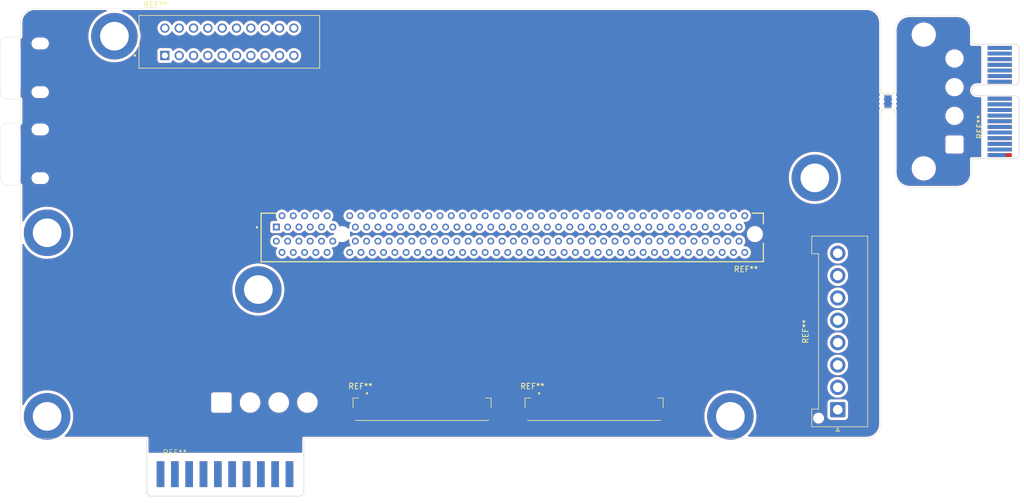
<source format=kicad_pcb>
(kicad_pcb (version 20240108) (generator "pcbnew") (generator_version "8.0")
  (layers (0 "F.Cu" signal) (31 "B.Cu" signal) (34 "B.Paste" user) (35 "F.Paste" user) (36 "B.SilkS" user "B.Silkscreen") (37 "F.SilkS" user "F.Silkscreen") (38 "B.Mask" user) (39 "F.Mask" user) (44 "Edge.Cuts" user))
  (net 0 "")
  (footprint "Connector_PCBEdge:BUS_PCIexpress_x1" (layer "F.Cu") (at 173.47 26.01 90)
    (property "Reference" "REF**" (at 5 -3.5 -90) (layer "F.SilkS"))
    (property "Value" "BUS_PCIexpress_x1")
    (fp_line (start 19.65 -4.95) (end 19.65 2.95) (stroke (width 0.1)) (layer "Edge.Cuts"))
    (fp_line (start -0.65 -4.95) (end -0.65 2.95) (stroke (width 0.1)) (layer "Edge.Cuts"))
    (fp_line (start 12.45 -4) (end 12.45 2.95) (stroke (width 0.1)) (layer "Edge.Cuts"))
    (fp_line (start 10.55 -4) (end 10.55 2.95) (stroke (width 0.1)) (layer "Edge.Cuts"))
    (fp_line (start 19.65 2.95) (end 19.15 3.45) (stroke (width 0.1)) (layer "Edge.Cuts"))
    (fp_line (start 12.45 2.95) (end 12.95 3.45) (stroke (width 0.1)) (layer "Edge.Cuts"))
    (fp_line (start 10.55 2.95) (end 10.05 3.45) (stroke (width 0.1)) (layer "Edge.Cuts"))
    (fp_line (start -0.65 2.95) (end -0.15 3.45) (stroke (width 0.1)) (layer "Edge.Cuts"))
    (fp_line (start 12.95 3.45) (end 19.15 3.45) (stroke (width 0.1)) (layer "Edge.Cuts"))
    (fp_line (start -0.15 3.45) (end 10.05 3.45) (stroke (width 0.1)) (layer "Edge.Cuts"))
    (fp_arc (start 10.55 -4) (mid 11.5 -4.95) (end 12.45 -4) (stroke (width 0.1)) (layer "Edge.Cuts"))
    (pad "A1" connect rect (at 0 -0.55 90) (size 0.7 3.2) (layers "B.Cu" "B.Mask"))
    (pad "A2" connect rect (at 1 0 90) (size 0.7 4.3) (layers "B.Cu" "B.Mask"))
    (pad "A3" connect rect (at 2 0 90) (size 0.7 4.3) (layers "B.Cu" "B.Mask"))
    (pad "A4" connect rect (at 3 0 90) (size 0.7 4.3) (layers "B.Cu" "B.Mask"))
    (pad "A5" connect rect (at 4 0 90) (size 0.7 4.3) (layers "B.Cu" "B.Mask"))
    (pad "A6" connect rect (at 5 0 90) (size 0.7 4.3) (layers "B.Cu" "B.Mask"))
    (pad "A7" connect rect (at 6 0 90) (size 0.7 4.3) (layers "B.Cu" "B.Mask"))
    (pad "A8" connect rect (at 7 0 90) (size 0.7 4.3) (layers "B.Cu" "B.Mask"))
    (pad "A9" connect rect (at 8 0 90) (size 0.7 4.3) (layers "B.Cu" "B.Mask"))
    (pad "A10" connect rect (at 9 0 90) (size 0.7 4.3) (layers "B.Cu" "B.Mask"))
    (pad "A11" connect rect (at 10 0 90) (size 0.7 4.3) (layers "B.Cu" "B.Mask"))
    (pad "A12" connect rect (at 13 0 90) (size 0.7 4.3) (layers "B.Cu" "B.Mask"))
    (pad "A13" connect rect (at 14 0 90) (size 0.7 4.3) (layers "B.Cu" "B.Mask"))
    (pad "A14" connect rect (at 15 0 90) (size 0.7 4.3) (layers "B.Cu" "B.Mask"))
    (pad "A15" connect rect (at 16 0 90) (size 0.7 4.3) (layers "B.Cu" "B.Mask"))
    (pad "A16" connect rect (at 17 0 90) (size 0.7 4.3) (layers "B.Cu" "B.Mask"))
    (pad "A17" connect rect (at 18 0 90) (size 0.7 4.3) (layers "B.Cu" "B.Mask"))
    (pad "A18" connect rect (at 19 0 90) (size 0.7 4.3) (layers "B.Cu" "B.Mask"))
    (pad "B1" connect rect (at 0 0 90) (size 0.7 4.3) (layers "F.Cu" "F.Mask"))
    (pad "B2" connect rect (at 1 0 90) (size 0.7 4.3) (layers "F.Cu" "F.Mask"))
    (pad "B3" connect rect (at 2 0 90) (size 0.7 4.3) (layers "F.Cu" "F.Mask"))
    (pad "B4" connect rect (at 3 0 90) (size 0.7 4.3) (layers "F.Cu" "F.Mask"))
    (pad "B5" connect rect (at 4 0 90) (size 0.7 4.3) (layers "F.Cu" "F.Mask"))
    (pad "B6" connect rect (at 5 0 90) (size 0.7 4.3) (layers "F.Cu" "F.Mask"))
    (pad "B7" connect rect (at 6 0 90) (size 0.7 4.3) (layers "F.Cu" "F.Mask"))
    (pad "B8" connect rect (at 7 0 90) (size 0.7 4.3) (layers "F.Cu" "F.Mask"))
    (pad "B9" connect rect (at 8 0 90) (size 0.7 4.3) (layers "F.Cu" "F.Mask"))
    (pad "B10" connect rect (at 9 0 90) (size 0.7 4.3) (layers "F.Cu" "F.Mask"))
    (pad "B11" connect rect (at 10 0 90) (size 0.7 4.3) (layers "F.Cu" "F.Mask"))
    (pad "B12" connect rect (at 13 0 90) (size 0.7 4.3) (layers "F.Cu" "F.Mask"))
    (pad "B13" connect rect (at 14 0 90) (size 0.7 4.3) (layers "F.Cu" "F.Mask"))
    (pad "B14" connect rect (at 15 0 90) (size 0.7 4.3) (layers "F.Cu" "F.Mask"))
    (pad "B15" connect rect (at 16 0 90) (size 0.7 4.3) (layers "F.Cu" "F.Mask"))
    (pad "B16" connect rect (at 17 0 90) (size 0.7 4.3) (layers "F.Cu" "F.Mask"))
    (pad "B17" connect rect (at 18 -0.55 90) (size 0.7 3.2) (layers "F.Cu" "F.Mask"))
    (pad "B18" connect rect (at 19 0 90) (size 0.7 4.3) (layers "F.Cu" "F.Mask"))
  )
  (footprint "" (layer "F.Cu") (at 16.600711 4.939289)
    (property "Reference" "" (at 0 0 0) (layer "F.SilkS") (effects (font (size 1.27 1.27))))
    (property "Value" "")
    (pad "1" thru_hole circle (at 0 0) (size 8.25 8.25) (drill 5.08) (layers "*.Cu" "*.Mask"))
  )
  (footprint "5-5530843-0:5-5530843-0" (layer "F.Cu") (at 36.97 5.93)
    (property "Reference" "REF**" (at -13.077 -6.5586 0) (layer "F.SilkS"))
    (property "Value" "TE_5-5530843-0")
    (fp_line (start -16.002 -4.6736) (end 16.002 -4.6736) (stroke (width 0.127)) (layer "F.SilkS"))
    (fp_line (start -16.002 4.6736) (end -16.002 -4.6736) (stroke (width 0.127)) (layer "F.SilkS"))
    (fp_line (start 16.002 -4.6736) (end 16.002 4.6736) (stroke (width 0.127)) (layer "F.SilkS"))
    (fp_line (start 16.002 4.6736) (end -16.002 4.6736) (stroke (width 0.127)) (layer "F.SilkS"))
    (fp_circle (center -16.752 2.4257) (end -16.652 2.4257) (stroke (width 0.2)) (fill none) (layer "F.SilkS"))
    (pad "1" thru_hole rect (at -11.43 2.4257) (size 1.6383 1.6383) (drill 1.0922) (layers "*.Cu" "*.Mask"))
    (pad "2" thru_hole circle (at -11.43 -2.4257) (size 1.6383 1.6383) (drill 1.0922) (layers "*.Cu" "*.Mask"))
    (pad "3" thru_hole circle (at -8.89 2.4257) (size 1.6383 1.6383) (drill 1.0922) (layers "*.Cu" "*.Mask"))
    (pad "4" thru_hole circle (at -8.89 -2.4257) (size 1.6383 1.6383) (drill 1.0922) (layers "*.Cu" "*.Mask"))
    (pad "5" thru_hole circle (at -6.35 2.4257) (size 1.6383 1.6383) (drill 1.0922) (layers "*.Cu" "*.Mask"))
    (pad "6" thru_hole circle (at -6.35 -2.4257) (size 1.6383 1.6383) (drill 1.0922) (layers "*.Cu" "*.Mask"))
    (pad "7" thru_hole circle (at -3.81 2.4257) (size 1.6383 1.6383) (drill 1.0922) (layers "*.Cu" "*.Mask"))
    (pad "8" thru_hole circle (at -3.81 -2.4257) (size 1.6383 1.6383) (drill 1.0922) (layers "*.Cu" "*.Mask"))
    (pad "9" thru_hole circle (at -1.27 2.4257) (size 1.6383 1.6383) (drill 1.0922) (layers "*.Cu" "*.Mask"))
    (pad "10" thru_hole circle (at -1.27 -2.4257) (size 1.6383 1.6383) (drill 1.0922) (layers "*.Cu" "*.Mask"))
    (pad "11" thru_hole circle (at 1.27 2.4257) (size 1.6383 1.6383) (drill 1.0922) (layers "*.Cu" "*.Mask"))
    (pad "12" thru_hole circle (at 1.27 -2.4257) (size 1.6383 1.6383) (drill 1.0922) (layers "*.Cu" "*.Mask"))
    (pad "13" thru_hole circle (at 3.81 2.4257) (size 1.6383 1.6383) (drill 1.0922) (layers "*.Cu" "*.Mask"))
    (pad "14" thru_hole circle (at 3.81 -2.4257) (size 1.6383 1.6383) (drill 1.0922) (layers "*.Cu" "*.Mask"))
    (pad "15" thru_hole circle (at 6.35 2.4257) (size 1.6383 1.6383) (drill 1.0922) (layers "*.Cu" "*.Mask"))
    (pad "16" thru_hole circle (at 6.35 -2.4257) (size 1.6383 1.6383) (drill 1.0922) (layers "*.Cu" "*.Mask"))
    (pad "17" thru_hole circle (at 8.89 2.4257) (size 1.6383 1.6383) (drill 1.0922) (layers "*.Cu" "*.Mask"))
    (pad "18" thru_hole circle (at 8.89 -2.4257) (size 1.6383 1.6383) (drill 1.0922) (layers "*.Cu" "*.Mask"))
    (pad "19" thru_hole circle (at 11.43 2.4257) (size 1.6383 1.6383) (drill 1.0922) (layers "*.Cu" "*.Mask"))
    (pad "20" thru_hole circle (at 11.43 -2.4257) (size 1.6383 1.6383) (drill 1.0922) (layers "*.Cu" "*.Mask"))
  )
  (footprint "XG_Mobile:20P_Slot_Power" (layer "F.Cu") (at 24.765 82.55)
    (property "Reference" "REF**" (at 2.54 -3.81 0) (layer "F.SilkS") (effects (font (thickness 0.1))))
    (property "Value" "20P_Slot_Power")
    (fp_line (start -2.413 3.386) (end -2.413 -5.85) (stroke (width 0.1)) (layer "Edge.Cuts"))
    (fp_line (start -1.913 3.886) (end -2.413 3.386) (stroke (width 0.1)) (layer "Edge.Cuts"))
    (fp_line (start -1.913 3.886) (end 24.9 3.886) (stroke (width 0.1)) (layer "Edge.Cuts"))
    (fp_line (start 24.9 3.886) (end 25.4 3.386) (stroke (width 0.1)) (layer "Edge.Cuts"))
    (fp_line (start 25.4 3.386) (end 25.4 -5.85) (stroke (width 0.1)) (layer "Edge.Cuts"))
    (pad "1" smd rect (at 0 0) (size 1.35 4.572) (layers "F.Cu"))
    (pad "2" smd rect (at 0 0) (size 1.35 4.572) (layers "B.Cu"))
    (pad "3" smd rect (at 2.54 0) (size 1.35 4.572) (layers "F.Cu"))
    (pad "4" smd rect (at 2.54 0) (size 1.35 4.572) (layers "B.Cu"))
    (pad "5" smd rect (at 5.08 0) (size 1.35 4.572) (layers "F.Cu"))
    (pad "6" smd rect (at 5.08 0) (size 1.35 4.572) (layers "B.Cu"))
    (pad "7" smd rect (at 7.62 0) (size 1.35 4.572) (layers "F.Cu"))
    (pad "8" smd rect (at 7.62 0) (size 1.35 4.572) (layers "B.Cu"))
    (pad "9" smd rect (at 10.16 0) (size 1.35 4.572) (layers "F.Cu"))
    (pad "10" smd rect (at 10.16 0) (size 1.35 4.572) (layers "B.Cu"))
    (pad "11" smd rect (at 12.7 0) (size 1.35 4.572) (layers "F.Cu"))
    (pad "12" smd rect (at 12.7 0) (size 1.35 4.572) (layers "B.Cu"))
    (pad "13" smd rect (at 15.24 0) (size 1.35 4.572) (layers "F.Cu"))
    (pad "14" smd rect (at 15.24 0) (size 1.35 4.572) (layers "B.Cu"))
    (pad "15" smd rect (at 17.78 0) (size 1.35 4.572) (layers "F.Cu"))
    (pad "16" smd rect (at 17.78 0) (size 1.35 4.572) (layers "B.Cu"))
    (pad "17" smd rect (at 20.32 0) (size 1.35 4.572) (layers "F.Cu"))
    (pad "18" smd rect (at 20.32 0) (size 1.35 4.572) (layers "B.Cu"))
    (pad "19" smd rect (at 22.86 0) (size 1.35 4.572) (layers "F.Cu"))
    (pad "20" smd rect (at 22.86 0) (size 1.35 4.572) (layers "B.Cu"))
  )
  (footprint "20455-040E-76:20455-040E-76" (layer "F.Cu") (at 71.12 71.12)
    (property "Reference" "REF**" (at -10.925 -4.135 0) (layer "F.SilkS"))
    (property "Value" "IPEX_20455-040E-76")
    (fp_line (start -12.235 -2.05) (end -12.235 -0.37) (stroke (width 0.127)) (layer "F.SilkS"))
    (fp_line (start -12.235 -2.05) (end -11.25 -2.05) (stroke (width 0.127)) (layer "F.SilkS"))
    (fp_line (start -11.8 1.9) (end 11.8 1.9) (stroke (width 0.127)) (layer "F.SilkS"))
    (fp_line (start 11.25 -2.05) (end 12.235 -2.05) (stroke (width 0.127)) (layer "F.SilkS"))
    (fp_line (start 12.235 -2.05) (end 12.235 -0.37) (stroke (width 0.127)) (layer "F.SilkS"))
    (fp_circle (center -9.75 -2.9) (end -9.65 -2.9) (stroke (width 0.2)) (fill none) (layer "F.SilkS"))
    (pad "1" smd rect (at -9.75 -1.92) (size 0.25 0.9) (layers "F.Cu" "F.Paste" "F.Mask"))
    (pad "2" smd rect (at -9.25 -1.92) (size 0.25 0.9) (layers "F.Cu" "F.Paste" "F.Mask"))
    (pad "3" smd rect (at -8.75 -1.92) (size 0.25 0.9) (layers "F.Cu" "F.Paste" "F.Mask"))
    (pad "4" smd rect (at -8.25 -1.92) (size 0.25 0.9) (layers "F.Cu" "F.Paste" "F.Mask"))
    (pad "5" smd rect (at -7.75 -1.92) (size 0.25 0.9) (layers "F.Cu" "F.Paste" "F.Mask"))
    (pad "6" smd rect (at -7.25 -1.92) (size 0.25 0.9) (layers "F.Cu" "F.Paste" "F.Mask"))
    (pad "7" smd rect (at -6.75 -1.92) (size 0.25 0.9) (layers "F.Cu" "F.Paste" "F.Mask"))
    (pad "8" smd rect (at -6.25 -1.92) (size 0.25 0.9) (layers "F.Cu" "F.Paste" "F.Mask"))
    (pad "9" smd rect (at -5.75 -1.92) (size 0.25 0.9) (layers "F.Cu" "F.Paste" "F.Mask"))
    (pad "10" smd rect (at -5.25 -1.92) (size 0.25 0.9) (layers "F.Cu" "F.Paste" "F.Mask"))
    (pad "11" smd rect (at -4.75 -1.92) (size 0.25 0.9) (layers "F.Cu" "F.Paste" "F.Mask"))
    (pad "12" smd rect (at -4.25 -1.92) (size 0.25 0.9) (layers "F.Cu" "F.Paste" "F.Mask"))
    (pad "13" smd rect (at -3.75 -1.92) (size 0.25 0.9) (layers "F.Cu" "F.Paste" "F.Mask"))
    (pad "14" smd rect (at -3.25 -1.92) (size 0.25 0.9) (layers "F.Cu" "F.Paste" "F.Mask"))
    (pad "15" smd rect (at -2.75 -1.92) (size 0.25 0.9) (layers "F.Cu" "F.Paste" "F.Mask"))
    (pad "16" smd rect (at -2.25 -1.92) (size 0.25 0.9) (layers "F.Cu" "F.Paste" "F.Mask"))
    (pad "17" smd rect (at -1.75 -1.92) (size 0.25 0.9) (layers "F.Cu" "F.Paste" "F.Mask"))
    (pad "18" smd rect (at -1.25 -1.92) (size 0.25 0.9) (layers "F.Cu" "F.Paste" "F.Mask"))
    (pad "19" smd rect (at -0.75 -1.92) (size 0.25 0.9) (layers "F.Cu" "F.Paste" "F.Mask"))
    (pad "20" smd rect (at -0.25 -1.92) (size 0.25 0.9) (layers "F.Cu" "F.Paste" "F.Mask"))
    (pad "21" smd rect (at 0.25 -1.92) (size 0.25 0.9) (layers "F.Cu" "F.Paste" "F.Mask"))
    (pad "22" smd rect (at 0.75 -1.92) (size 0.25 0.9) (layers "F.Cu" "F.Paste" "F.Mask"))
    (pad "23" smd rect (at 1.25 -1.92) (size 0.25 0.9) (layers "F.Cu" "F.Paste" "F.Mask"))
    (pad "24" smd rect (at 1.75 -1.92) (size 0.25 0.9) (layers "F.Cu" "F.Paste" "F.Mask"))
    (pad "25" smd rect (at 2.25 -1.92) (size 0.25 0.9) (layers "F.Cu" "F.Paste" "F.Mask"))
    (pad "26" smd rect (at 2.75 -1.92) (size 0.25 0.9) (layers "F.Cu" "F.Paste" "F.Mask"))
    (pad "27" smd rect (at 3.25 -1.92) (size 0.25 0.9) (layers "F.Cu" "F.Paste" "F.Mask"))
    (pad "28" smd rect (at 3.75 -1.92) (size 0.25 0.9) (layers "F.Cu" "F.Paste" "F.Mask"))
    (pad "29" smd rect (at 4.25 -1.92) (size 0.25 0.9) (layers "F.Cu" "F.Paste" "F.Mask"))
    (pad "30" smd rect (at 4.75 -1.92) (size 0.25 0.9) (layers "F.Cu" "F.Paste" "F.Mask"))
    (pad "31" smd rect (at 5.25 -1.92) (size 0.25 0.9) (layers "F.Cu" "F.Paste" "F.Mask"))
    (pad "32" smd rect (at 5.75 -1.92) (size 0.25 0.9) (layers "F.Cu" "F.Paste" "F.Mask"))
    (pad "33" smd rect (at 6.25 -1.92) (size 0.25 0.9) (layers "F.Cu" "F.Paste" "F.Mask"))
    (pad "34" smd rect (at 6.75 -1.92) (size 0.25 0.9) (layers "F.Cu" "F.Paste" "F.Mask"))
    (pad "35" smd rect (at 7.25 -1.92) (size 0.25 0.9) (layers "F.Cu" "F.Paste" "F.Mask"))
    (pad "36" smd rect (at 7.75 -1.92) (size 0.25 0.9) (layers "F.Cu" "F.Paste" "F.Mask"))
    (pad "37" smd rect (at 8.25 -1.92) (size 0.25 0.9) (layers "F.Cu" "F.Paste" "F.Mask"))
    (pad "38" smd rect (at 8.75 -1.92) (size 0.25 0.9) (layers "F.Cu" "F.Paste" "F.Mask"))
    (pad "39" smd rect (at 9.25 -1.92) (size 0.25 0.9) (layers "F.Cu" "F.Paste" "F.Mask"))
    (pad "40" smd rect (at 9.75 -1.92) (size 0.25 0.9) (layers "F.Cu" "F.Paste" "F.Mask"))
    (pad "S1" smd rect (at -10.65 -1.92) (size 0.55 0.9) (layers "F.Cu" "F.Paste" "F.Mask"))
    (pad "S2" smd rect (at -12.85 0.9) (size 1.4 1.9) (layers "F.Cu" "F.Paste" "F.Mask"))
    (pad "S3" smd rect (at 10.65 -1.92) (size 0.55 0.9) (layers "F.Cu" "F.Paste" "F.Mask"))
    (pad "S4" smd rect (at 12.85 0.9) (size 1.4 1.9) (layers "F.Cu" "F.Paste" "F.Mask"))
  )
  (footprint "XG_Mobile:Hole_200mil" (layer "F.Cu") (at 4.677868 72.305355)
    (property "Reference" "REF**" (hide yes))
    (property "Value" "Hole_200mil" (hide yes))
    (pad "1" thru_hole circle (at 0 0) (size 8.25 8.25) (drill 5.08) (layers "*.Cu" "*.Mask"))
  )
  (footprint "Connector_JST:JST_VH_B8P-VH-FB-B_1x08_P3.96mm_Vertical" (layer "F.Cu") (at 144.78 71.12 90)
    (property "Reference" "REF**" (at 13.86 -5.7 -90) (layer "F.SilkS"))
    (property "Value" "JST_VH_B8P-VH-FB-B_1x08_P3.96mm_Vertical")
    (fp_line (start 30.75 -4.61) (end 30.75 5.31) (stroke (width 0.12)) (layer "F.SilkS"))
    (fp_line (start 27.63 -4.61) (end 30.75 -4.61) (stroke (width 0.12)) (layer "F.SilkS"))
    (fp_line (start 0.09 -4.61) (end 0.09 -3.41) (stroke (width 0.12)) (layer "F.SilkS"))
    (fp_line (start -3.03 -4.61) (end 0.09 -4.61) (stroke (width 0.12)) (layer "F.SilkS"))
    (fp_line (start 27.63 -3.41) (end 27.63 -4.61) (stroke (width 0.12)) (layer "F.SilkS"))
    (fp_line (start 0.09 -3.41) (end 27.63 -3.41) (stroke (width 0.12)) (layer "F.SilkS"))
    (fp_line (start -3.83 -0.3) (end -3.23 0) (stroke (width 0.12)) (layer "F.SilkS"))
    (fp_line (start -3.23 0) (end -3.83 0.3) (stroke (width 0.12)) (layer "F.SilkS"))
    (fp_line (start -3.83 0.3) (end -3.83 -0.3) (stroke (width 0.12)) (layer "F.SilkS"))
    (fp_line (start 30.75 5.31) (end -3.03 5.31) (stroke (width 0.12)) (layer "F.SilkS"))
    (fp_line (start -3.03 5.31) (end -3.03 -4.61) (stroke (width 0.12)) (layer "F.SilkS"))
    (pad "" np_thru_hole circle (at -1.5 -3.4 90) (size 1.45 1.45) (drill 1.45) (layers "*.Cu" "*.Mask"))
    (pad "1" thru_hole roundrect (at 0 0 90) (size 2.7 2.7) (drill 1.7) (layers "*.Cu" "*.Mask") (roundrect_rratio 0.09259296296))
    (pad "2" thru_hole circle (at 3.96 0 90) (size 2.7 2.7) (drill 1.7) (layers "*.Cu" "*.Mask"))
    (pad "3" thru_hole circle (at 7.92 0 90) (size 2.7 2.7) (drill 1.7) (layers "*.Cu" "*.Mask"))
    (pad "4" thru_hole circle (at 11.88 0 90) (size 2.7 2.7) (drill 1.7) (layers "*.Cu" "*.Mask"))
    (pad "5" thru_hole circle (at 15.84 0 90) (size 2.7 2.7) (drill 1.7) (layers "*.Cu" "*.Mask"))
    (pad "6" thru_hole circle (at 19.8 0 90) (size 2.7 2.7) (drill 1.7) (layers "*.Cu" "*.Mask"))
    (pad "7" thru_hole circle (at 23.76 0 90) (size 2.7 2.7) (drill 1.7) (layers "*.Cu" "*.Mask"))
    (pad "8" thru_hole circle (at 27.72 0 90) (size 2.7 2.7) (drill 1.7) (layers "*.Cu" "*.Mask"))
  )
  (footprint "XG_Mobile:Hole_200mil" (layer "F.Cu") (at 140.720011 30.041062)
    (property "Reference" "REF**" (hide yes))
    (property "Value" "Hole_200mil" (hide yes))
    (pad "1" thru_hole circle (at 0 0) (size 8.25 8.25) (drill 5.08) (layers "*.Cu" "*.Mask"))
  )
  (footprint "XG_Mobile:Hole_200mil" (layer "F.Cu") (at 125.752513 72.305355)
    (property "Reference" "REF**" (hide yes))
    (property "Value" "Hole_200mil" (hide yes))
    (pad "1" thru_hole circle (at 0 0) (size 8.25 8.25) (drill 5.08) (layers "*.Cu" "*.Mask"))
  )
  (footprint "20455-040E-76:20455-040E-76" (layer "F.Cu") (at 101.6 71.12)
    (property "Reference" "REF**" (at -10.925 -4.135 0) (layer "F.SilkS"))
    (property "Value" "IPEX_20455-040E-76")
    (fp_line (start -12.235 -2.05) (end -12.235 -0.37) (stroke (width 0.127)) (layer "F.SilkS"))
    (fp_line (start -12.235 -2.05) (end -11.25 -2.05) (stroke (width 0.127)) (layer "F.SilkS"))
    (fp_line (start -11.8 1.9) (end 11.8 1.9) (stroke (width 0.127)) (layer "F.SilkS"))
    (fp_line (start 11.25 -2.05) (end 12.235 -2.05) (stroke (width 0.127)) (layer "F.SilkS"))
    (fp_line (start 12.235 -2.05) (end 12.235 -0.37) (stroke (width 0.127)) (layer "F.SilkS"))
    (fp_circle (center -9.75 -2.9) (end -9.65 -2.9) (stroke (width 0.2)) (fill none) (layer "F.SilkS"))
    (pad "1" smd rect (at -9.75 -1.92) (size 0.25 0.9) (layers "F.Cu" "F.Paste" "F.Mask"))
    (pad "2" smd rect (at -9.25 -1.92) (size 0.25 0.9) (layers "F.Cu" "F.Paste" "F.Mask"))
    (pad "3" smd rect (at -8.75 -1.92) (size 0.25 0.9) (layers "F.Cu" "F.Paste" "F.Mask"))
    (pad "4" smd rect (at -8.25 -1.92) (size 0.25 0.9) (layers "F.Cu" "F.Paste" "F.Mask"))
    (pad "5" smd rect (at -7.75 -1.92) (size 0.25 0.9) (layers "F.Cu" "F.Paste" "F.Mask"))
    (pad "6" smd rect (at -7.25 -1.92) (size 0.25 0.9) (layers "F.Cu" "F.Paste" "F.Mask"))
    (pad "7" smd rect (at -6.75 -1.92) (size 0.25 0.9) (layers "F.Cu" "F.Paste" "F.Mask"))
    (pad "8" smd rect (at -6.25 -1.92) (size 0.25 0.9) (layers "F.Cu" "F.Paste" "F.Mask"))
    (pad "9" smd rect (at -5.75 -1.92) (size 0.25 0.9) (layers "F.Cu" "F.Paste" "F.Mask"))
    (pad "10" smd rect (at -5.25 -1.92) (size 0.25 0.9) (layers "F.Cu" "F.Paste" "F.Mask"))
    (pad "11" smd rect (at -4.75 -1.92) (size 0.25 0.9) (layers "F.Cu" "F.Paste" "F.Mask"))
    (pad "12" smd rect (at -4.25 -1.92) (size 0.25 0.9) (layers "F.Cu" "F.Paste" "F.Mask"))
    (pad "13" smd rect (at -3.75 -1.92) (size 0.25 0.9) (layers "F.Cu" "F.Paste" "F.Mask"))
    (pad "14" smd rect (at -3.25 -1.92) (size 0.25 0.9) (layers "F.Cu" "F.Paste" "F.Mask"))
    (pad "15" smd rect (at -2.75 -1.92) (size 0.25 0.9) (layers "F.Cu" "F.Paste" "F.Mask"))
    (pad "16" smd rect (at -2.25 -1.92) (size 0.25 0.9) (layers "F.Cu" "F.Paste" "F.Mask"))
    (pad "17" smd rect (at -1.75 -1.92) (size 0.25 0.9) (layers "F.Cu" "F.Paste" "F.Mask"))
    (pad "18" smd rect (at -1.25 -1.92) (size 0.25 0.9) (layers "F.Cu" "F.Paste" "F.Mask"))
    (pad "19" smd rect (at -0.75 -1.92) (size 0.25 0.9) (layers "F.Cu" "F.Paste" "F.Mask"))
    (pad "20" smd rect (at -0.25 -1.92) (size 0.25 0.9) (layers "F.Cu" "F.Paste" "F.Mask"))
    (pad "21" smd rect (at 0.25 -1.92) (size 0.25 0.9) (layers "F.Cu" "F.Paste" "F.Mask"))
    (pad "22" smd rect (at 0.75 -1.92) (size 0.25 0.9) (layers "F.Cu" "F.Paste" "F.Mask"))
    (pad "23" smd rect (at 1.25 -1.92) (size 0.25 0.9) (layers "F.Cu" "F.Paste" "F.Mask"))
    (pad "24" smd rect (at 1.75 -1.92) (size 0.25 0.9) (layers "F.Cu" "F.Paste" "F.Mask"))
    (pad "25" smd rect (at 2.25 -1.92) (size 0.25 0.9) (layers "F.Cu" "F.Paste" "F.Mask"))
    (pad "26" smd rect (at 2.75 -1.92) (size 0.25 0.9) (layers "F.Cu" "F.Paste" "F.Mask"))
    (pad "27" smd rect (at 3.25 -1.92) (size 0.25 0.9) (layers "F.Cu" "F.Paste" "F.Mask"))
    (pad "28" smd rect (at 3.75 -1.92) (size 0.25 0.9) (layers "F.Cu" "F.Paste" "F.Mask"))
    (pad "29" smd rect (at 4.25 -1.92) (size 0.25 0.9) (layers "F.Cu" "F.Paste" "F.Mask"))
    (pad "30" smd rect (at 4.75 -1.92) (size 0.25 0.9) (layers "F.Cu" "F.Paste" "F.Mask"))
    (pad "31" smd rect (at 5.25 -1.92) (size 0.25 0.9) (layers "F.Cu" "F.Paste" "F.Mask"))
    (pad "32" smd rect (at 5.75 -1.92) (size 0.25 0.9) (layers "F.Cu" "F.Paste" "F.Mask"))
    (pad "33" smd rect (at 6.25 -1.92) (size 0.25 0.9) (layers "F.Cu" "F.Paste" "F.Mask"))
    (pad "34" smd rect (at 6.75 -1.92) (size 0.25 0.9) (layers "F.Cu" "F.Paste" "F.Mask"))
    (pad "35" smd rect (at 7.25 -1.92) (size 0.25 0.9) (layers "F.Cu" "F.Paste" "F.Mask"))
    (pad "36" smd rect (at 7.75 -1.92) (size 0.25 0.9) (layers "F.Cu" "F.Paste" "F.Mask"))
    (pad "37" smd rect (at 8.25 -1.92) (size 0.25 0.9) (layers "F.Cu" "F.Paste" "F.Mask"))
    (pad "38" smd rect (at 8.75 -1.92) (size 0.25 0.9) (layers "F.Cu" "F.Paste" "F.Mask"))
    (pad "39" smd rect (at 9.25 -1.92) (size 0.25 0.9) (layers "F.Cu" "F.Paste" "F.Mask"))
    (pad "40" smd rect (at 9.75 -1.92) (size 0.25 0.9) (layers "F.Cu" "F.Paste" "F.Mask"))
    (pad "S1" smd rect (at -10.65 -1.92) (size 0.55 0.9) (layers "F.Cu" "F.Paste" "F.Mask"))
    (pad "S2" smd rect (at -12.85 0.9) (size 1.4 1.9) (layers "F.Cu" "F.Paste" "F.Mask"))
    (pad "S3" smd rect (at 10.65 -1.92) (size 0.55 0.9) (layers "F.Cu" "F.Paste" "F.Mask"))
    (pad "S4" smd rect (at 12.85 0.9) (size 1.4 1.9) (layers "F.Cu" "F.Paste" "F.Mask"))
  )
  (footprint "SAMTEC_PCIE-164-02-F-D-TH-TR:SAMTEC_PCIE-164-02-F-D-TH-TR" (layer "F.Cu") (at 87.096 40.006 180)
    (property "Reference" "REF**" (at -41.425 -6.235 180) (layer "F.SilkS"))
    (property "Value" "SAMTEC_PCIE-164-02-F-D-TH-TR")
    (fp_line (start 44.5 3.71) (end 41.85 3.71) (stroke (width 0.2)) (layer "F.SilkS"))
    (fp_line (start 44.5 -4.9) (end 44.5 3.71) (stroke (width 0.2)) (layer "F.SilkS"))
    (fp_line (start -42.55 3.71) (end -44.5 3.71) (stroke (width 0.2)) (layer "F.SilkS"))
    (fp_line (start -44.5 3.71) (end -44.5 1.8) (stroke (width 0.2)) (layer "F.SilkS"))
    (fp_line (start -44.5 -1.6) (end -44.5 -4.9) (stroke (width 0.2)) (layer "F.SilkS"))
    (fp_line (start -44.5 -4.9) (end 44.5 -4.9) (stroke (width 0.2)) (layer "F.SilkS"))
    (fp_circle (center 45.25 1.2) (end 45.35 1.2) (stroke (width 0.2)) (fill none) (layer "F.SilkS"))
    (pad "" np_thru_hole circle (at -43 0 180) (size 2.35 2.35) (drill 2.35) (layers "*.Cu" "*.Mask"))
    (pad "" np_thru_hole circle (at 30.15 0 180) (size 2.35 2.35) (drill 2.35) (layers "*.Cu" "*.Mask"))
    (pad "A1" thru_hole rect (at 41.8 1.25 180) (size 1.208 1.208) (drill 0.7) (layers "*.Cu" "*.Mask"))
    (pad "A2" thru_hole circle (at 40.8 3.25 180) (size 1.208 1.208) (drill 0.7) (layers "*.Cu" "*.Mask"))
    (pad "A3" thru_hole circle (at 39.8 1.25 180) (size 1.208 1.208) (drill 0.7) (layers "*.Cu" "*.Mask"))
    (pad "A4" thru_hole circle (at 38.8 3.25 180) (size 1.208 1.208) (drill 0.7) (layers "*.Cu" "*.Mask"))
    (pad "A5" thru_hole circle (at 37.8 1.25 180) (size 1.208 1.208) (drill 0.7) (layers "*.Cu" "*.Mask"))
    (pad "A6" thru_hole circle (at 36.8 3.25 180) (size 1.208 1.208) (drill 0.7) (layers "*.Cu" "*.Mask"))
    (pad "A7" thru_hole circle (at 35.8 1.25 180) (size 1.208 1.208) (drill 0.7) (layers "*.Cu" "*.Mask"))
    (pad "A8" thru_hole circle (at 34.8 3.25 180) (size 1.208 1.208) (drill 0.7) (layers "*.Cu" "*.Mask"))
    (pad "A9" thru_hole circle (at 33.8 1.25 180) (size 1.208 1.208) (drill 0.7) (layers "*.Cu" "*.Mask"))
    (pad "A10" thru_hole circle (at 32.8 3.25 180) (size 1.208 1.208) (drill 0.7) (layers "*.Cu" "*.Mask"))
    (pad "A11" thru_hole circle (at 31.8 1.25 180) (size 1.208 1.208) (drill 0.7) (layers "*.Cu" "*.Mask"))
    (pad "A12" thru_hole circle (at 28.8 3.25 180) (size 1.208 1.208) (drill 0.7) (layers "*.Cu" "*.Mask"))
    (pad "A13" thru_hole circle (at 27.8 1.25 180) (size 1.208 1.208) (drill 0.7) (layers "*.Cu" "*.Mask"))
    (pad "A14" thru_hole circle (at 26.8 3.25 180) (size 1.208 1.208) (drill 0.7) (layers "*.Cu" "*.Mask"))
    (pad "A15" thru_hole circle (at 25.8 1.25 180) (size 1.208 1.208) (drill 0.7) (layers "*.Cu" "*.Mask"))
    (pad "A16" thru_hole circle (at 24.8 3.25 180) (size 1.208 1.208) (drill 0.7) (layers "*.Cu" "*.Mask"))
    (pad "A17" thru_hole circle (at 23.8 1.25 180) (size 1.208 1.208) (drill 0.7) (layers "*.Cu" "*.Mask"))
    (pad "A18" thru_hole circle (at 22.8 3.25 180) (size 1.208 1.208) (drill 0.7) (layers "*.Cu" "*.Mask"))
    (pad "A19" thru_hole circle (at 21.8 1.25 180) (size 1.208 1.208) (drill 0.7) (layers "*.Cu" "*.Mask"))
    (pad "A20" thru_hole circle (at 20.8 3.25 180) (size 1.208 1.208) (drill 0.7) (layers "*.Cu" "*.Mask"))
    (pad "A21" thru_hole circle (at 19.8 1.25 180) (size 1.208 1.208) (drill 0.7) (layers "*.Cu" "*.Mask"))
    (pad "A22" thru_hole circle (at 18.8 3.25 180) (size 1.208 1.208) (drill 0.7) (layers "*.Cu" "*.Mask"))
    (pad "A23" thru_hole circle (at 17.8 1.25 180) (size 1.208 1.208) (drill 0.7) (layers "*.Cu" "*.Mask"))
    (pad "A24" thru_hole circle (at 16.8 3.25 180) (size 1.208 1.208) (drill 0.7) (layers "*.Cu" "*.Mask"))
    (pad "A25" thru_hole circle (at 15.8 1.25 180) (size 1.208 1.208) (drill 0.7) (layers "*.Cu" "*.Mask"))
    (pad "A26" thru_hole circle (at 14.8 3.25 180) (size 1.208 1.208) (drill 0.7) (layers "*.Cu" "*.Mask"))
    (pad "A27" thru_hole circle (at 13.8 1.25 180) (size 1.208 1.208) (drill 0.7) (layers "*.Cu" "*.Mask"))
    (pad "A28" thru_hole circle (at 12.8 3.25 180) (size 1.208 1.208) (drill 0.7) (layers "*.Cu" "*.Mask"))
    (pad "A29" thru_hole circle (at 11.8 1.25 180) (size 1.208 1.208) (drill 0.7) (layers "*.Cu" "*.Mask"))
    (pad "A30" thru_hole circle (at 10.8 3.25 180) (size 1.208 1.208) (drill 0.7) (layers "*.Cu" "*.Mask"))
    (pad "A31" thru_hole circle (at 9.8 1.25 180) (size 1.208 1.208) (drill 0.7) (layers "*.Cu" "*.Mask"))
    (pad "A32" thru_hole circle (at 8.8 3.25 180) (size 1.208 1.208) (drill 0.7) (layers "*.Cu" "*.Mask"))
    (pad "A33" thru_hole circle (at 7.8 1.25 180) (size 1.208 1.208) (drill 0.7) (layers "*.Cu" "*.Mask"))
    (pad "A34" thru_hole circle (at 6.8 3.25 180) (size 1.208 1.208) (drill 0.7) (layers "*.Cu" "*.Mask"))
    (pad "A35" thru_hole circle (at 5.8 1.25 180) (size 1.208 1.208) (drill 0.7) (layers "*.Cu" "*.Mask"))
    (pad "A36" thru_hole circle (at 4.8 3.25 180) (size 1.208 1.208) (drill 0.7) (layers "*.Cu" "*.Mask"))
    (pad "A37" thru_hole circle (at 3.8 1.25 180) (size 1.208 1.208) (drill 0.7) (layers "*.Cu" "*.Mask"))
    (pad "A38" thru_hole circle (at 2.8 3.25 180) (size 1.208 1.208) (drill 0.7) (layers "*.Cu" "*.Mask"))
    (pad "A39" thru_hole circle (at 1.8 1.25 180) (size 1.208 1.208) (drill 0.7) (layers "*.Cu" "*.Mask"))
    (pad "A40" thru_hole circle (at 0.8 3.25 180) (size 1.208 1.208) (drill 0.7) (layers "*.Cu" "*.Mask"))
    (pad "A41" thru_hole circle (at -0.2 1.25 180) (size 1.208 1.208) (drill 0.7) (layers "*.Cu" "*.Mask"))
    (pad "A42" thru_hole circle (at -1.2 3.25 180) (size 1.208 1.208) (drill 0.7) (layers "*.Cu" "*.Mask"))
    (pad "A43" thru_hole circle (at -2.2 1.25 180) (size 1.208 1.208) (drill 0.7) (layers "*.Cu" "*.Mask"))
    (pad "A44" thru_hole circle (at -3.2 3.25 180) (size 1.208 1.208) (drill 0.7) (layers "*.Cu" "*.Mask"))
    (pad "A45" thru_hole circle (at -4.2 1.25 180) (size 1.208 1.208) (drill 0.7) (layers "*.Cu" "*.Mask"))
    (pad "A46" thru_hole circle (at -5.2 3.25 180) (size 1.208 1.208) (drill 0.7) (layers "*.Cu" "*.Mask"))
    (pad "A47" thru_hole circle (at -6.2 1.25 180) (size 1.208 1.208) (drill 0.7) (layers "*.Cu" "*.Mask"))
    (pad "A48" thru_hole circle (at -7.2 3.25 180) (size 1.208 1.208) (drill 0.7) (layers "*.Cu" "*.Mask"))
    (pad "A49" thru_hole circle (at -8.2 1.25 180) (size 1.208 1.208) (drill 0.7) (layers "*.Cu" "*.Mask"))
    (pad "A50" thru_hole circle (at -9.2 3.25 180) (size 1.208 1.208) (drill 0.7) (layers "*.Cu" "*.Mask"))
    (pad "A51" thru_hole circle (at -10.2 1.25 180) (size 1.208 1.208) (drill 0.7) (layers "*.Cu" "*.Mask"))
    (pad "A52" thru_hole circle (at -11.2 3.25 180) (size 1.208 1.208) (drill 0.7) (layers "*.Cu" "*.Mask"))
    (pad "A53" thru_hole circle (at -12.2 1.25 180) (size 1.208 1.208) (drill 0.7) (layers "*.Cu" "*.Mask"))
    (pad "A54" thru_hole circle (at -13.2 3.25 180) (size 1.208 1.208) (drill 0.7) (layers "*.Cu" "*.Mask"))
    (pad "A55" thru_hole circle (at -14.2 1.25 180) (size 1.208 1.208) (drill 0.7) (layers "*.Cu" "*.Mask"))
    (pad "A56" thru_hole circle (at -15.2 3.25 180) (size 1.208 1.208) (drill 0.7) (layers "*.Cu" "*.Mask"))
    (pad "A57" thru_hole circle (at -16.2 1.25 180) (size 1.208 1.208) (drill 0.7) (layers "*.Cu" "*.Mask"))
    (pad "A58" thru_hole circle (at -17.2 3.25 180) (size 1.208 1.208) (drill 0.7) (layers "*.Cu" "*.Mask"))
    (pad "A59" thru_hole circle (at -18.2 1.25 180) (size 1.208 1.208) (drill 0.7) (layers "*.Cu" "*.Mask"))
    (pad "A60" thru_hole circle (at -19.2 3.25 180) (size 1.208 1.208) (drill 0.7) (layers "*.Cu" "*.Mask"))
    (pad "A61" thru_hole circle (at -20.2 1.25 180) (size 1.208 1.208) (drill 0.7) (layers "*.Cu" "*.Mask"))
    (pad "A62" thru_hole circle (at -21.2 3.25 180) (size 1.208 1.208) (drill 0.7) (layers "*.Cu" "*.Mask"))
    (pad "A63" thru_hole circle (at -22.2 1.25 180) (size 1.208 1.208) (drill 0.7) (layers "*.Cu" "*.Mask"))
    (pad "A64" thru_hole circle (at -23.2 3.25 180) (size 1.208 1.208) (drill 0.7) (layers "*.Cu" "*.Mask"))
    (pad "A65" thru_hole circle (at -24.2 1.25 180) (size 1.208 1.208) (drill 0.7) (layers "*.Cu" "*.Mask"))
    (pad "A66" thru_hole circle (at -25.2 3.25 180) (size 1.208 1.208) (drill 0.7) (layers "*.Cu" "*.Mask"))
    (pad "A67" thru_hole circle (at -26.2 1.25 180) (size 1.208 1.208) (drill 0.7) (layers "*.Cu" "*.Mask"))
    (pad "A68" thru_hole circle (at -27.2 3.25 180) (size 1.208 1.208) (drill 0.7) (layers "*.Cu" "*.Mask"))
    (pad "A69" thru_hole circle (at -28.2 1.25 180) (size 1.208 1.208) (drill 0.7) (layers "*.Cu" "*.Mask"))
    (pad "A70" thru_hole circle (at -29.2 3.25 180) (size 1.208 1.208) (drill 0.7) (layers "*.Cu" "*.Mask"))
    (pad "A71" thru_hole circle (at -30.2 1.25 180) (size 1.208 1.208) (drill 0.7) (layers "*.Cu" "*.Mask"))
    (pad "A72" thru_hole circle (at -31.2 3.25 180) (size 1.208 1.208) (drill 0.7) (layers "*.Cu" "*.Mask"))
    (pad "A73" thru_hole circle (at -32.2 1.25 180) (size 1.208 1.208) (drill 0.7) (layers "*.Cu" "*.Mask"))
    (pad "A74" thru_hole circle (at -33.2 3.25 180) (size 1.208 1.208) (drill 0.7) (layers "*.Cu" "*.Mask"))
    (pad "A75" thru_hole circle (at -34.2 1.25 180) (size 1.208 1.208) (drill 0.7) (layers "*.Cu" "*.Mask"))
    (pad "A76" thru_hole circle (at -35.2 3.25 180) (size 1.208 1.208) (drill 0.7) (layers "*.Cu" "*.Mask"))
    (pad "A77" thru_hole circle (at -36.2 1.25 180) (size 1.208 1.208) (drill 0.7) (layers "*.Cu" "*.Mask"))
    (pad "A78" thru_hole circle (at -37.2 3.25 180) (size 1.208 1.208) (drill 0.7) (layers "*.Cu" "*.Mask"))
    (pad "A79" thru_hole circle (at -38.2 1.25 180) (size 1.208 1.208) (drill 0.7) (layers "*.Cu" "*.Mask"))
    (pad "A80" thru_hole circle (at -39.2 3.25 180) (size 1.208 1.208) (drill 0.7) (layers "*.Cu" "*.Mask"))
    (pad "A81" thru_hole circle (at -40.2 1.25 180) (size 1.208 1.208) (drill 0.7) (layers "*.Cu" "*.Mask"))
    (pad "A82" thru_hole circle (at -41.2 3.25 180) (size 1.208 1.208) (drill 0.7) (layers "*.Cu" "*.Mask"))
    (pad "B1" thru_hole circle (at 41.8 -1.25 180) (size 1.208 1.208) (drill 0.7) (layers "*.Cu" "*.Mask"))
    (pad "B2" thru_hole circle (at 40.8 -3.25 180) (size 1.208 1.208) (drill 0.7) (layers "*.Cu" "*.Mask"))
    (pad "B3" thru_hole circle (at 39.8 -1.25 180) (size 1.208 1.208) (drill 0.7) (layers "*.Cu" "*.Mask"))
    (pad "B4" thru_hole circle (at 38.8 -3.25 180) (size 1.208 1.208) (drill 0.7) (layers "*.Cu" "*.Mask"))
    (pad "B5" thru_hole circle (at 37.8 -1.25 180) (size 1.208 1.208) (drill 0.7) (layers "*.Cu" "*.Mask"))
    (pad "B6" thru_hole circle (at 36.8 -3.25 180) (size 1.208 1.208) (drill 0.7) (layers "*.Cu" "*.Mask"))
    (pad "B7" thru_hole circle (at 35.8 -1.25 180) (size 1.208 1.208) (drill 0.7) (layers "*.Cu" "*.Mask"))
    (pad "B8" thru_hole circle (at 34.8 -3.25 180) (size 1.208 1.208) (drill 0.7) (layers "*.Cu" "*.Mask"))
    (pad "B9" thru_hole circle (at 33.8 -1.25 180) (size 1.208 1.208) (drill 0.7) (layers "*.Cu" "*.Mask"))
    (pad "B10" thru_hole circle (at 32.8 -3.25 180) (size 1.208 1.208) (drill 0.7) (layers "*.Cu" "*.Mask"))
    (pad "B11" thru_hole circle (at 31.8 -1.25 180) (size 1.208 1.208) (drill 0.7) (layers "*.Cu" "*.Mask"))
    (pad "B12" thru_hole circle (at 28.8 -3.25 180) (size 1.208 1.208) (drill 0.7) (layers "*.Cu" "*.Mask"))
    (pad "B13" thru_hole circle (at 27.8 -1.25 180) (size 1.208 1.208) (drill 0.7) (layers "*.Cu" "*.Mask"))
    (pad "B14" thru_hole circle (at 26.8 -3.25 180) (size 1.208 1.208) (drill 0.7) (layers "*.Cu" "*.Mask"))
    (pad "B15" thru_hole circle (at 25.8 -1.25 180) (size 1.208 1.208) (drill 0.7) (layers "*.Cu" "*.Mask"))
    (pad "B16" thru_hole circle (at 24.8 -3.25 180) (size 1.208 1.208) (drill 0.7) (layers "*.Cu" "*.Mask"))
    (pad "B17" thru_hole circle (at 23.8 -1.25 180) (size 1.208 1.208) (drill 0.7) (layers "*.Cu" "*.Mask"))
    (pad "B18" thru_hole circle (at 22.8 -3.25 180) (size 1.208 1.208) (drill 0.7) (layers "*.Cu" "*.Mask"))
    (pad "B19" thru_hole circle (at 21.8 -1.25 180) (size 1.208 1.208) (drill 0.7) (layers "*.Cu" "*.Mask"))
    (pad "B20" thru_hole circle (at 20.8 -3.25 180) (size 1.208 1.208) (drill 0.7) (layers "*.Cu" "*.Mask"))
    (pad "B21" thru_hole circle (at 19.8 -1.25 180) (size 1.208 1.208) (drill 0.7) (layers "*.Cu" "*.Mask"))
    (pad "B22" thru_hole circle (at 18.8 -3.25 180) (size 1.208 1.208) (drill 0.7) (layers "*.Cu" "*.Mask"))
    (pad "B23" thru_hole circle (at 17.8 -1.25 180) (size 1.208 1.208) (drill 0.7) (layers "*.Cu" "*.Mask"))
    (pad "B24" thru_hole circle (at 16.8 -3.25 180) (size 1.208 1.208) (drill 0.7) (layers "*.Cu" "*.Mask"))
    (pad "B25" thru_hole circle (at 15.8 -1.25 180) (size 1.208 1.208) (drill 0.7) (layers "*.Cu" "*.Mask"))
    (pad "B26" thru_hole circle (at 14.8 -3.25 180) (size 1.208 1.208) (drill 0.7) (layers "*.Cu" "*.Mask"))
    (pad "B27" thru_hole circle (at 13.8 -1.25 180) (size 1.208 1.208) (drill 0.7) (layers "*.Cu" "*.Mask"))
    (pad "B28" thru_hole circle (at 12.8 -3.25 180) (size 1.208 1.208) (drill 0.7) (layers "*.Cu" "*.Mask"))
    (pad "B29" thru_hole circle (at 11.8 -1.25 180) (size 1.208 1.208) (drill 0.7) (layers "*.Cu" "*.Mask"))
    (pad "B30" thru_hole circle (at 10.8 -3.25 180) (size 1.208 1.208) (drill 0.7) (layers "*.Cu" "*.Mask"))
    (pad "B31" thru_hole circle (at 9.8 -1.25 180) (size 1.208 1.208) (drill 0.7) (layers "*.Cu" "*.Mask"))
    (pad "B32" thru_hole circle (at 8.8 -3.25 180) (size 1.208 1.208) (drill 0.7) (layers "*.Cu" "*.Mask"))
    (pad "B33" thru_hole circle (at 7.8 -1.25 180) (size 1.208 1.208) (drill 0.7) (layers "*.Cu" "*.Mask"))
    (pad "B34" thru_hole circle (at 6.8 -3.25 180) (size 1.208 1.208) (drill 0.7) (layers "*.Cu" "*.Mask"))
    (pad "B35" thru_hole circle (at 5.8 -1.25 180) (size 1.208 1.208) (drill 0.7) (layers "*.Cu" "*.Mask"))
    (pad "B36" thru_hole circle (at 4.8 -3.25 180) (size 1.208 1.208) (drill 0.7) (layers "*.Cu" "*.Mask"))
    (pad "B37" thru_hole circle (at 3.8 -1.25 180) (size 1.208 1.208) (drill 0.7) (layers "*.Cu" "*.Mask"))
    (pad "B38" thru_hole circle (at 2.8 -3.25 180) (size 1.208 1.208) (drill 0.7) (layers "*.Cu" "*.Mask"))
    (pad "B39" thru_hole circle (at 1.8 -1.25 180) (size 1.208 1.208) (drill 0.7) (layers "*.Cu" "*.Mask"))
    (pad "B40" thru_hole circle (at 0.8 -3.25 180) (size 1.208 1.208) (drill 0.7) (layers "*.Cu" "*.Mask"))
    (pad "B41" thru_hole circle (at -0.2 -1.25 180) (size 1.208 1.208) (drill 0.7) (layers "*.Cu" "*.Mask"))
    (pad "B42" thru_hole circle (at -1.2 -3.25 180) (size 1.208 1.208) (drill 0.7) (layers "*.Cu" "*.Mask"))
    (pad "B43" thru_hole circle (at -2.2 -1.25 180) (size 1.208 1.208) (drill 0.7) (layers "*.Cu" "*.Mask"))
    (pad "B44" thru_hole circle (at -3.2 -3.25 180) (size 1.208 1.208) (drill 0.7) (layers "*.Cu" "*.Mask"))
    (pad "B45" thru_hole circle (at -4.2 -1.25 180) (size 1.208 1.208) (drill 0.7) (layers "*.Cu" "*.Mask"))
    (pad "B46" thru_hole circle (at -5.2 -3.25 180) (size 1.208 1.208) (drill 0.7) (layers "*.Cu" "*.Mask"))
    (pad "B47" thru_hole circle (at -6.2 -1.25 180) (size 1.208 1.208) (drill 0.7) (layers "*.Cu" "*.Mask"))
    (pad "B48" thru_hole circle (at -7.2 -3.25 180) (size 1.208 1.208) (drill 0.7) (layers "*.Cu" "*.Mask"))
    (pad "B49" thru_hole circle (at -8.2 -1.25 180) (size 1.208 1.208) (drill 0.7) (layers "*.Cu" "*.Mask"))
    (pad "B50" thru_hole circle (at -9.2 -3.25 180) (size 1.208 1.208) (drill 0.7) (layers "*.Cu" "*.Mask"))
    (pad "B51" thru_hole circle (at -10.2 -1.25 180) (size 1.208 1.208) (drill 0.7) (layers "*.Cu" "*.Mask"))
    (pad "B52" thru_hole circle (at -11.2 -3.25 180) (size 1.208 1.208) (drill 0.7) (layers "*.Cu" "*.Mask"))
    (pad "B53" thru_hole circle (at -12.2 -1.25 180) (size 1.208 1.208) (drill 0.7) (layers "*.Cu" "*.Mask"))
    (pad "B54" thru_hole circle (at -13.2 -3.25 180) (size 1.208 1.208) (drill 0.7) (layers "*.Cu" "*.Mask"))
    (pad "B55" thru_hole circle (at -14.2 -1.25 180) (size 1.208 1.208) (drill 0.7) (layers "*.Cu" "*.Mask"))
    (pad "B56" thru_hole circle (at -15.2 -3.25 180) (size 1.208 1.208) (drill 0.7) (layers "*.Cu" "*.Mask"))
    (pad "B57" thru_hole circle (at -16.2 -1.25 180) (size 1.208 1.208) (drill 0.7) (layers "*.Cu" "*.Mask"))
    (pad "B58" thru_hole circle (at -17.2 -3.25 180) (size 1.208 1.208) (drill 0.7) (layers "*.Cu" "*.Mask"))
    (pad "B59" thru_hole circle (at -18.2 -1.25 180) (size 1.208 1.208) (drill 0.7) (layers "*.Cu" "*.Mask"))
    (pad "B60" thru_hole circle (at -19.2 -3.25 180) (size 1.208 1.208) (drill 0.7) (layers "*.Cu" "*.Mask"))
    (pad "B61" thru_hole circle (at -20.2 -1.25 180) (size 1.208 1.208) (drill 0.7) (layers "*.Cu" "*.Mask"))
    (pad "B62" thru_hole circle (at -21.2 -3.25 180) (size 1.208 1.208) (drill 0.7) (layers "*.Cu" "*.Mask"))
    (pad "B63" thru_hole circle (at -22.2 -1.25 180) (size 1.208 1.208) (drill 0.7) (layers "*.Cu" "*.Mask"))
    (pad "B64" thru_hole circle (at -23.2 -3.25 180) (size 1.208 1.208) (drill 0.7) (layers "*.Cu" "*.Mask"))
    (pad "B65" thru_hole circle (at -24.2 -1.25 180) (size 1.208 1.208) (drill 0.7) (layers "*.Cu" "*.Mask"))
    (pad "B66" thru_hole circle (at -25.2 -3.25 180) (size 1.208 1.208) (drill 0.7) (layers "*.Cu" "*.Mask"))
    (pad "B67" thru_hole circle (at -26.2 -1.25 180) (size 1.208 1.208) (drill 0.7) (layers "*.Cu" "*.Mask"))
    (pad "B68" thru_hole circle (at -27.2 -3.25 180) (size 1.208 1.208) (drill 0.7) (layers "*.Cu" "*.Mask"))
    (pad "B69" thru_hole circle (at -28.2 -1.25 180) (size 1.208 1.208) (drill 0.7) (layers "*.Cu" "*.Mask"))
    (pad "B70" thru_hole circle (at -29.2 -3.25 180) (size 1.208 1.208) (drill 0.7) (layers "*.Cu" "*.Mask"))
    (pad "B71" thru_hole circle (at -30.2 -1.25 180) (size 1.208 1.208) (drill 0.7) (layers "*.Cu" "*.Mask"))
    (pad "B72" thru_hole circle (at -31.2 -3.25 180) (size 1.208 1.208) (drill 0.7) (layers "*.Cu" "*.Mask"))
    (pad "B73" thru_hole circle (at -32.2 -1.25 180) (size 1.208 1.208) (drill 0.7) (layers "*.Cu" "*.Mask"))
    (pad "B74" thru_hole circle (at -33.2 -3.25 180) (size 1.208 1.208) (drill 0.7) (layers "*.Cu" "*.Mask"))
    (pad "B75" thru_hole circle (at -34.2 -1.25 180) (size 1.208 1.208) (drill 0.7) (layers "*.Cu" "*.Mask"))
    (pad "B76" thru_hole circle (at -35.2 -3.25 180) (size 1.208 1.208) (drill 0.7) (layers "*.Cu" "*.Mask"))
    (pad "B77" thru_hole circle (at -36.2 -1.25 180) (size 1.208 1.208) (drill 0.7) (layers "*.Cu" "*.Mask"))
    (pad "B78" thru_hole circle (at -37.2 -3.25 180) (size 1.208 1.208) (drill 0.7) (layers "*.Cu" "*.Mask"))
    (pad "B79" thru_hole circle (at -38.2 -1.25 180) (size 1.208 1.208) (drill 0.7) (layers "*.Cu" "*.Mask"))
    (pad "B80" thru_hole circle (at -39.2 -3.25 180) (size 1.208 1.208) (drill 0.7) (layers "*.Cu" "*.Mask"))
    (pad "B81" thru_hole circle (at -40.2 -1.25 180) (size 1.208 1.208) (drill 0.7) (layers "*.Cu" "*.Mask"))
    (pad "B82" thru_hole circle (at -41.2 -3.25 180) (size 1.208 1.208) (drill 0.7) (layers "*.Cu" "*.Mask"))
  )
  (footprint "XG_Mobile:mouse-bite-2.54mm-slot" (layer "F.Cu") (at 153.67 16.51 90)
    (property "Reference" "mouse-bite-2.54mm-slot" (hide yes))
    (property "Value" "VAL**" (hide yes))
    (fp_arc (start -2.33 -1.27) (mid -1.06 0) (end -2.33 1.27) (stroke (width 0.1)) (layer "F.SilkS"))
    (fp_arc (start 2.33 1.27) (mid 1.06 0) (end 2.33 -1.27) (stroke (width 0.1)) (layer "F.SilkS"))
    (pad "" np_thru_hole circle (at -0.8 -1.1 90) (size 0.5 0.5) (drill 0.5) (layers "*.Cu" "*.Mask"))
    (pad "" np_thru_hole circle (at -0.8 1.1 90) (size 0.5 0.5) (drill 0.5) (layers "*.Cu" "*.Mask"))
    (pad "" np_thru_hole circle (at 0 -1.1 90) (size 0.5 0.5) (drill 0.5) (layers "*.Cu" "*.Mask"))
    (pad "" np_thru_hole circle (at 0 1.1 90) (size 0.5 0.5) (drill 0.5) (layers "*.Cu" "*.Mask"))
    (pad "" np_thru_hole circle (at 0.8 -1.1 90) (size 0.5 0.5) (drill 0.5) (layers "*.Cu" "*.Mask"))
    (pad "" np_thru_hole circle (at 0.8 1.1 90) (size 0.5 0.5) (drill 0.5) (layers "*.Cu" "*.Mask"))
  )
  (footprint "" (layer "F.Cu") (at 4.677868 39.77071)
    (property "Reference" "" (at 0 0 0) (layer "F.SilkS") (effects (font (size 1.27 1.27))))
    (property "Value" "")
    (pad "1" thru_hole circle (at 0 0) (size 8.25 8.25) (drill 5.08) (layers "*.Cu" "*.Mask"))
  )
  (footprint "XG_Mobile:Hole_200mil" (layer "F.Cu") (at 42.102132 49.834974)
    (property "Reference" "REF**" (hide yes))
    (property "Value" "Hole_200mil" (hide yes))
    (pad "1" thru_hole circle (at 0 0) (size 8.25 8.25) (drill 5.08) (layers "*.Cu" "*.Mask"))
  )
  (gr_line (start 154.94 18.034) (end 154.94 29.2) (stroke (width 0.05)) (layer "Edge.Cuts"))
  (gr_arc (start 165.98 1.27) (mid 167.776051 2.013949) (end 168.52 3.81) (stroke (width 0.05)) (layer "Edge.Cuts"))
  (gr_arc (start 149.86 0) (mid 151.656051 0.743949) (end 152.4 2.54) (stroke (width 0.05)) (layer "Edge.Cuts"))
  (gr_line (start 0 16.08) (end 0 20.33) (stroke (width 0.05)) (layer "Edge.Cuts"))
  (gr_line (start 2.54 0) (end 149.86 0) (stroke (width 0.05)) (layer "Edge.Cuts"))
  (gr_line (start -1.27 31.33) (end 0 31.33) (stroke (width 0.05)) (layer "Edge.Cuts"))
  (gr_line (start 152.4 2.54) (end 152.4 14.986) (stroke (width 0.05)) (layer "Edge.Cuts"))
  (gr_line (start -1.27 16.08) (end -2.38 16.08) (stroke (width 0.05)) (layer "Edge.Cuts"))
  (gr_line (start 0 31.33) (end 0 73.66) (stroke (width 0.05)) (layer "Edge.Cuts"))
  (gr_line (start 165.98 31.74) (end 157.48 31.74) (stroke (width 0.05)) (layer "Edge.Cuts"))
  (gr_line (start 157.48 1.27) (end 165.98 1.27) (stroke (width 0.05)) (layer "Edge.Cuts"))
  (gr_line (start 154.94 3.81) (end 154.94 14.986) (stroke (width 0.05)) (layer "Edge.Cuts"))
  (gr_line (start 50.165 76.7) (end 50.165 76.2) (stroke (width 0.05)) (layer "Edge.Cuts"))
  (gr_arc (start -3.65 21.6) (mid -3.278026 20.701974) (end -2.38 20.33) (stroke (width 0.05)) (layer "Edge.Cuts"))
  (gr_arc (start 152.4 73.66) (mid 151.656051 75.456051) (end 149.86 76.2) (stroke (width 0.05)) (layer "Edge.Cuts"))
  (gr_line (start -2.38 20.33) (end -1.27 20.33) (stroke (width 0.05)) (layer "Edge.Cuts"))
  (gr_line (start -1.27 31.33) (end -2.38 31.33) (stroke (width 0.05)) (layer "Edge.Cuts"))
  (gr_arc (start 157.48 31.74) (mid 155.683949 30.996051) (end 154.94 29.2) (stroke (width 0.05)) (layer "Edge.Cuts"))
  (gr_line (start 152.4 14.986) (end 154.94 14.986) (stroke (width 0.05)) (layer "Edge.Cuts"))
  (gr_line (start 2.54 76.2) (end 22.352 76.2) (stroke (width 0.05)) (layer "Edge.Cuts"))
  (gr_arc (start -3.65 6.35) (mid -3.278026 5.451974) (end -2.38 5.08) (stroke (width 0.05)) (layer "Edge.Cuts"))
  (gr_line (start 152.4 18.034) (end 152.4 73.66) (stroke (width 0.05)) (layer "Edge.Cuts"))
  (gr_line (start -2.38 5.08) (end -1.27 5.08) (stroke (width 0.05)) (layer "Edge.Cuts"))
  (gr_line (start 168.52 26.66) (end 168.52 29.2) (stroke (width 0.05)) (layer "Edge.Cuts"))
  (gr_line (start -3.65 30.06) (end -3.65 21.6) (stroke (width 0.05)) (layer "Edge.Cuts"))
  (gr_arc (start 2.54 76.2) (mid 0.743949 75.456051) (end 0 73.66) (stroke (width 0.05)) (layer "Edge.Cuts"))
  (gr_line (start -1.27 20.33) (end 0 20.33) (stroke (width 0.05)) (layer "Edge.Cuts"))
  (gr_line (start -1.27 5.08) (end 0 5.08) (stroke (width 0.05)) (layer "Edge.Cuts"))
  (gr_line (start 0 5.08) (end 0 2.54) (stroke (width 0.05)) (layer "Edge.Cuts"))
  (gr_arc (start -2.38 31.33) (mid -3.278026 30.958026) (end -3.65 30.06) (stroke (width 0.05)) (layer "Edge.Cuts"))
  (gr_line (start 168.52 3.81) (end 168.52 6.36) (stroke (width 0.05)) (layer "Edge.Cuts"))
  (gr_arc (start -2.38 16.08) (mid -3.278026 15.708026) (end -3.65 14.81) (stroke (width 0.05)) (layer "Edge.Cuts"))
  (gr_arc (start 154.94 3.81) (mid 155.683949 2.013949) (end 157.48 1.27) (stroke (width 0.05)) (layer "Edge.Cuts"))
  (gr_arc (start 168.52 29.2) (mid 167.776051 30.996051) (end 165.98 31.74) (stroke (width 0.05)) (layer "Edge.Cuts"))
  (gr_line (start 152.4 18.034) (end 154.94 18.034) (stroke (width 0.05)) (layer "Edge.Cuts"))
  (gr_line (start -1.27 16.08) (end 0 16.08) (stroke (width 0.05)) (layer "Edge.Cuts"))
  (gr_line (start -3.65 14.81) (end -3.65 6.35) (stroke (width 0.05)) (layer "Edge.Cuts"))
  (gr_arc (start 0 2.54) (mid 0.743949 0.743949) (end 2.54 0) (stroke (width 0.05)) (layer "Edge.Cuts"))
  (gr_line (start 22.352 76.7) (end 22.352 76.2) (stroke (width 0.05)) (layer "Edge.Cuts"))
  (gr_line (start 50.165 76.2) (end 149.86 76.2) (stroke (width 0.05)) (layer "Edge.Cuts"))
  (zone (net 0) (net_name "") (layer "F.Cu") (connect_pads (clearance 0.5)) (min_thickness 0.25) (fill yes (thermal_gap 0.5) (thermal_bridge_width 0.5) (island_removal_mode 1) (island_area_min 10))
    (polygon (pts (xy 0 0) (xy 0 78.74) (xy 170.18 78.74) (xy 170.18 0)))
  )
  (zone (net 0) (net_name "") (layer "B.Cu") (priority 1) (connect_pads (clearance 0.5)) (min_thickness 0.25) (fill yes (thermal_gap 0.5) (thermal_bridge_width 0.5) (island_removal_mode 1) (island_area_min 10))
    (polygon (pts (xy 0 0) (xy 0 78.74) (xy 170.18 78.74) (xy 170.18 0)))
  )
)
</source>
